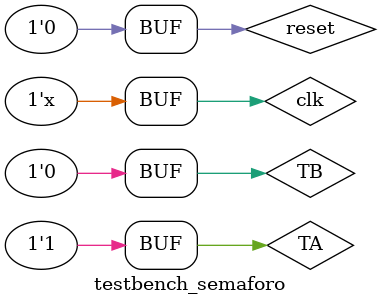
<source format=sv>
`timescale 1ns / 1ps

module testbench_semaforo();
    
	logic clk, reset, TA, TB;
	logic [2:0]LA, LB;

    semaforo DUT (
        .clk   (clk),
        .reset (reset),
        .TA    (TA),
        .TB    (TB),
        .LA    (LA),
        .LB    (LB)
    );

    always #5 clk=~clk;

    initial begin 
        clk = 0;
        reset = 1;
        TA = 1;
        TB = 0;

        #10 reset = 0;

        #10 TA = 0;
        #10 TA = 1;

        #20 TA = 0;
            TB = 1;

        #40 TA = 1;
            TB = 0;

        #5 reset = 1;
        #5 reset = 0;
        

    end


endmodule
</source>
